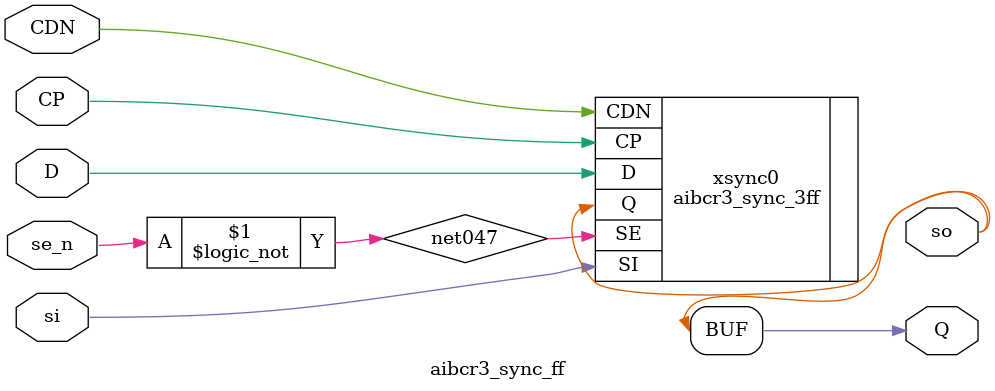
<source format=v>

module aibcr3_sync_ff ( Q, so,   
      CDN, CP, D, se_n, si );

output  Q, so;


input  CDN, CP, D, se_n, si;

wire Q, so, net047, se_n;


// specify 
//     specparam CDS_LIBNAME  = "aibcr_lib";
//     specparam CDS_CELLNAME = "aibcr_sync_ff";
//     specparam CDS_VIEWNAME = "schematic";
// endspecify

assign Q = so;
assign net047 = !se_n;
aibcr3_sync_3ff  xsync0 (  .SE(net047),     .D(D),  .Q(so), .CP(CP),  .SI(si),     .CDN(CDN));

endmodule


</source>
